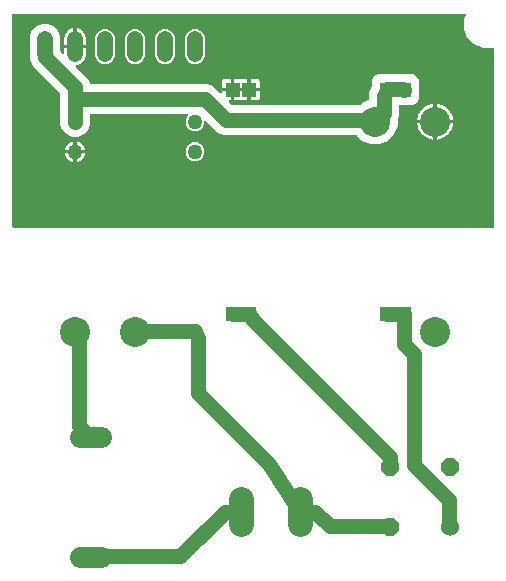
<source format=gbr>
G04 EAGLE Gerber RS-274X export*
G75*
%MOMM*%
%FSLAX34Y34*%
%LPD*%
%INTop Copper*%
%IPPOS*%
%AMOC8*
5,1,8,0,0,1.08239X$1,22.5*%
G01*
%ADD10C,1.320800*%
%ADD11C,2.540000*%
%ADD12C,1.778000*%
%ADD13C,1.267000*%
%ADD14C,2.095500*%
%ADD15R,1.308000X1.308000*%
%ADD16C,1.524000*%
%ADD17P,1.649562X8X202.500000*%
%ADD18C,1.270000*%

G36*
X582698Y456442D02*
X582698Y456442D01*
X582717Y456440D01*
X582819Y456462D01*
X582921Y456479D01*
X582938Y456488D01*
X582958Y456492D01*
X583047Y456545D01*
X583138Y456594D01*
X583152Y456608D01*
X583169Y456618D01*
X583236Y456697D01*
X583308Y456772D01*
X583316Y456790D01*
X583329Y456805D01*
X583368Y456901D01*
X583411Y456995D01*
X583413Y457015D01*
X583421Y457033D01*
X583439Y457200D01*
X583439Y608004D01*
X583432Y608049D01*
X583434Y608095D01*
X583412Y608170D01*
X583400Y608247D01*
X583378Y608287D01*
X583365Y608332D01*
X583321Y608396D01*
X583284Y608464D01*
X583251Y608496D01*
X583225Y608534D01*
X583162Y608580D01*
X583106Y608634D01*
X583065Y608653D01*
X583028Y608680D01*
X582953Y608704D01*
X582883Y608737D01*
X582837Y608742D01*
X582794Y608756D01*
X582716Y608756D01*
X582639Y608764D01*
X582594Y608755D01*
X582548Y608754D01*
X582417Y608716D01*
X582398Y608712D01*
X582394Y608709D01*
X582387Y608707D01*
X581860Y608489D01*
X573840Y608489D01*
X566430Y611559D01*
X560759Y617230D01*
X557689Y624640D01*
X557689Y632660D01*
X559233Y636387D01*
X559243Y636431D01*
X559263Y636473D01*
X559271Y636550D01*
X559289Y636626D01*
X559285Y636672D01*
X559290Y636717D01*
X559273Y636794D01*
X559266Y636871D01*
X559247Y636913D01*
X559238Y636958D01*
X559198Y637025D01*
X559166Y637096D01*
X559135Y637130D01*
X559111Y637169D01*
X559052Y637220D01*
X559000Y637277D01*
X558959Y637299D01*
X558924Y637329D01*
X558852Y637358D01*
X558784Y637395D01*
X558739Y637404D01*
X558696Y637421D01*
X558560Y637436D01*
X558542Y637439D01*
X558537Y637438D01*
X558530Y637439D01*
X176022Y637439D01*
X176002Y637436D01*
X175983Y637438D01*
X175881Y637416D01*
X175779Y637400D01*
X175762Y637390D01*
X175742Y637386D01*
X175653Y637333D01*
X175562Y637284D01*
X175548Y637270D01*
X175531Y637260D01*
X175464Y637181D01*
X175392Y637106D01*
X175384Y637088D01*
X175371Y637073D01*
X175332Y636977D01*
X175289Y636883D01*
X175287Y636863D01*
X175279Y636845D01*
X175261Y636678D01*
X175261Y457200D01*
X175264Y457180D01*
X175262Y457161D01*
X175284Y457059D01*
X175300Y456957D01*
X175310Y456940D01*
X175314Y456920D01*
X175367Y456831D01*
X175416Y456740D01*
X175430Y456726D01*
X175440Y456709D01*
X175519Y456642D01*
X175594Y456571D01*
X175612Y456562D01*
X175627Y456549D01*
X175723Y456510D01*
X175817Y456467D01*
X175837Y456465D01*
X175855Y456457D01*
X176022Y456439D01*
X582678Y456439D01*
X582698Y456442D01*
G37*
%LPC*%
G36*
X478811Y527049D02*
X478811Y527049D01*
X471809Y529950D01*
X467566Y534192D01*
X467492Y534245D01*
X467422Y534305D01*
X467392Y534317D01*
X467366Y534336D01*
X467279Y534363D01*
X467194Y534397D01*
X467153Y534401D01*
X467131Y534408D01*
X467099Y534407D01*
X467028Y534415D01*
X354090Y534415D01*
X349422Y536349D01*
X339359Y546411D01*
X339301Y546453D01*
X339249Y546502D01*
X339202Y546524D01*
X339160Y546555D01*
X339091Y546576D01*
X339026Y546606D01*
X338974Y546612D01*
X338924Y546627D01*
X338853Y546625D01*
X338782Y546633D01*
X338731Y546622D01*
X338679Y546621D01*
X338611Y546596D01*
X338541Y546581D01*
X338496Y546554D01*
X338448Y546536D01*
X338392Y546491D01*
X338330Y546455D01*
X338296Y546415D01*
X338256Y546383D01*
X338217Y546322D01*
X338170Y546268D01*
X338151Y546219D01*
X338123Y546176D01*
X338105Y546106D01*
X338078Y546040D01*
X338070Y545968D01*
X338062Y545937D01*
X338064Y545914D01*
X338060Y545873D01*
X338060Y544537D01*
X336863Y541648D01*
X334652Y539437D01*
X331763Y538240D01*
X328637Y538240D01*
X325748Y539437D01*
X323537Y541648D01*
X322340Y544537D01*
X322340Y547663D01*
X323537Y550552D01*
X324388Y551404D01*
X324430Y551462D01*
X324480Y551514D01*
X324502Y551561D01*
X324532Y551603D01*
X324553Y551672D01*
X324583Y551737D01*
X324589Y551789D01*
X324604Y551839D01*
X324602Y551910D01*
X324610Y551981D01*
X324599Y552032D01*
X324598Y552084D01*
X324573Y552152D01*
X324558Y552222D01*
X324531Y552267D01*
X324514Y552315D01*
X324469Y552371D01*
X324432Y552433D01*
X324392Y552467D01*
X324360Y552507D01*
X324300Y552546D01*
X324245Y552593D01*
X324197Y552612D01*
X324153Y552640D01*
X324083Y552658D01*
X324017Y552685D01*
X323946Y552693D01*
X323914Y552701D01*
X323891Y552699D01*
X323850Y552703D01*
X242062Y552703D01*
X242042Y552700D01*
X242023Y552702D01*
X241921Y552680D01*
X241819Y552664D01*
X241802Y552654D01*
X241782Y552650D01*
X241693Y552597D01*
X241602Y552548D01*
X241588Y552534D01*
X241571Y552524D01*
X241504Y552445D01*
X241432Y552370D01*
X241424Y552352D01*
X241411Y552337D01*
X241372Y552241D01*
X241329Y552147D01*
X241327Y552127D01*
X241319Y552109D01*
X241301Y551942D01*
X241301Y543574D01*
X239367Y538906D01*
X235794Y535333D01*
X231126Y533399D01*
X226074Y533399D01*
X221406Y535333D01*
X217833Y538906D01*
X215899Y543574D01*
X215899Y569734D01*
X215885Y569824D01*
X215877Y569915D01*
X215865Y569945D01*
X215860Y569977D01*
X215817Y570057D01*
X215781Y570141D01*
X215755Y570173D01*
X215744Y570194D01*
X215721Y570216D01*
X215676Y570272D01*
X192687Y593262D01*
X190753Y597930D01*
X190753Y599041D01*
X190743Y599106D01*
X190742Y599172D01*
X190719Y599252D01*
X190714Y599284D01*
X190704Y599301D01*
X190695Y599333D01*
X190245Y600419D01*
X190245Y618781D01*
X192218Y623542D01*
X195862Y627186D01*
X200623Y629159D01*
X205777Y629159D01*
X210538Y627186D01*
X214182Y623542D01*
X216155Y618781D01*
X216155Y606032D01*
X216169Y605942D01*
X216177Y605851D01*
X216189Y605821D01*
X216194Y605789D01*
X216237Y605709D01*
X216273Y605625D01*
X216299Y605593D01*
X216310Y605572D01*
X216333Y605550D01*
X216378Y605494D01*
X218156Y603716D01*
X218214Y603674D01*
X218266Y603625D01*
X218313Y603603D01*
X218355Y603572D01*
X218424Y603551D01*
X218489Y603521D01*
X218541Y603515D01*
X218591Y603500D01*
X218662Y603502D01*
X218733Y603494D01*
X218784Y603505D01*
X218836Y603506D01*
X218904Y603531D01*
X218974Y603546D01*
X219019Y603573D01*
X219067Y603591D01*
X219123Y603636D01*
X219185Y603672D01*
X219219Y603712D01*
X219259Y603744D01*
X219298Y603805D01*
X219345Y603859D01*
X219364Y603908D01*
X219392Y603951D01*
X219410Y604021D01*
X219437Y604087D01*
X219445Y604159D01*
X219453Y604190D01*
X219451Y604213D01*
X219455Y604254D01*
X219455Y608077D01*
X227838Y608077D01*
X227858Y608080D01*
X227877Y608078D01*
X227979Y608100D01*
X228081Y608117D01*
X228098Y608126D01*
X228118Y608130D01*
X228207Y608183D01*
X228298Y608232D01*
X228312Y608246D01*
X228329Y608256D01*
X228396Y608335D01*
X228467Y608410D01*
X228476Y608428D01*
X228489Y608443D01*
X228527Y608539D01*
X228571Y608633D01*
X228573Y608653D01*
X228581Y608671D01*
X228599Y608838D01*
X228599Y609601D01*
X228601Y609601D01*
X228601Y608838D01*
X228604Y608818D01*
X228602Y608799D01*
X228624Y608697D01*
X228641Y608595D01*
X228650Y608578D01*
X228654Y608558D01*
X228707Y608469D01*
X228756Y608378D01*
X228770Y608364D01*
X228780Y608347D01*
X228859Y608280D01*
X228934Y608209D01*
X228952Y608200D01*
X228967Y608187D01*
X229063Y608148D01*
X229157Y608105D01*
X229177Y608103D01*
X229195Y608095D01*
X229362Y608077D01*
X237745Y608077D01*
X237745Y602095D01*
X237393Y600329D01*
X236704Y598664D01*
X235703Y597166D01*
X234430Y595893D01*
X232932Y594892D01*
X231267Y594203D01*
X229663Y593884D01*
X229553Y593842D01*
X229438Y593800D01*
X229435Y593798D01*
X229432Y593797D01*
X229341Y593723D01*
X229246Y593647D01*
X229244Y593644D01*
X229242Y593642D01*
X229178Y593542D01*
X229113Y593440D01*
X229112Y593437D01*
X229110Y593434D01*
X229082Y593318D01*
X229053Y593201D01*
X229053Y593198D01*
X229052Y593195D01*
X229063Y593075D01*
X229072Y592956D01*
X229073Y592953D01*
X229073Y592950D01*
X229122Y592838D01*
X229168Y592730D01*
X229170Y592727D01*
X229171Y592724D01*
X229179Y592716D01*
X229273Y592599D01*
X239367Y582504D01*
X240995Y578575D01*
X241056Y578475D01*
X241116Y578375D01*
X241121Y578371D01*
X241125Y578366D01*
X241214Y578291D01*
X241303Y578215D01*
X241309Y578213D01*
X241314Y578209D01*
X241422Y578167D01*
X241531Y578123D01*
X241539Y578122D01*
X241544Y578121D01*
X241562Y578120D01*
X241698Y578105D01*
X340854Y578105D01*
X345522Y576171D01*
X351620Y570074D01*
X351678Y570032D01*
X351730Y569983D01*
X351777Y569961D01*
X351819Y569930D01*
X351888Y569909D01*
X351953Y569879D01*
X352005Y569873D01*
X352055Y569858D01*
X352126Y569860D01*
X352197Y569852D01*
X352248Y569863D01*
X352300Y569864D01*
X352368Y569889D01*
X352438Y569904D01*
X352483Y569931D01*
X352531Y569949D01*
X352587Y569994D01*
X352649Y570030D01*
X352683Y570070D01*
X352723Y570102D01*
X352762Y570163D01*
X352809Y570217D01*
X352828Y570266D01*
X352856Y570309D01*
X352874Y570379D01*
X352891Y570420D01*
X352891Y570421D01*
X352901Y570445D01*
X352909Y570517D01*
X352917Y570548D01*
X352915Y570571D01*
X352919Y570612D01*
X352919Y571777D01*
X360477Y571777D01*
X360477Y564219D01*
X359312Y564219D01*
X359241Y564208D01*
X359170Y564206D01*
X359121Y564188D01*
X359069Y564180D01*
X359006Y564146D01*
X358939Y564121D01*
X358898Y564089D01*
X358852Y564064D01*
X358803Y564012D01*
X358747Y563968D01*
X358718Y563924D01*
X358683Y563886D01*
X358652Y563821D01*
X358614Y563761D01*
X358601Y563710D01*
X358579Y563663D01*
X358571Y563592D01*
X358554Y563522D01*
X358558Y563470D01*
X358552Y563419D01*
X358567Y563348D01*
X358573Y563277D01*
X358593Y563229D01*
X358604Y563178D01*
X358641Y563117D01*
X358669Y563051D01*
X358714Y562995D01*
X358730Y562967D01*
X358748Y562952D01*
X358774Y562920D01*
X361654Y560040D01*
X361728Y559987D01*
X361797Y559927D01*
X361827Y559915D01*
X361854Y559896D01*
X361941Y559869D01*
X362025Y559835D01*
X362066Y559831D01*
X362089Y559824D01*
X362121Y559825D01*
X362192Y559817D01*
X469060Y559817D01*
X469150Y559831D01*
X469241Y559839D01*
X469270Y559851D01*
X469302Y559856D01*
X469383Y559899D01*
X469467Y559935D01*
X469499Y559961D01*
X469520Y559972D01*
X469542Y559995D01*
X469598Y560040D01*
X471809Y562250D01*
X476795Y564316D01*
X476895Y564378D01*
X476995Y564438D01*
X476999Y564442D01*
X477004Y564446D01*
X477079Y564536D01*
X477155Y564624D01*
X477157Y564630D01*
X477161Y564635D01*
X477203Y564743D01*
X477247Y564853D01*
X477248Y564860D01*
X477249Y564865D01*
X477250Y564883D01*
X477265Y565019D01*
X477265Y565435D01*
X477258Y565477D01*
X477261Y565520D01*
X477227Y565668D01*
X477226Y565678D01*
X477224Y565680D01*
X477224Y565683D01*
X477135Y565940D01*
X477264Y568053D01*
X477262Y568070D01*
X477265Y568099D01*
X477265Y570216D01*
X477369Y570467D01*
X477379Y570508D01*
X477397Y570547D01*
X477423Y570697D01*
X477425Y570707D01*
X477425Y570709D01*
X477426Y570712D01*
X477442Y570983D01*
X478370Y572886D01*
X478375Y572903D01*
X478389Y572928D01*
X479199Y574884D01*
X479391Y575076D01*
X479416Y575111D01*
X479447Y575139D01*
X479528Y575267D01*
X479534Y575276D01*
X479535Y575278D01*
X479537Y575281D01*
X479732Y575682D01*
X479758Y575767D01*
X479791Y575849D01*
X479796Y575894D01*
X479803Y575918D01*
X479802Y575949D01*
X479809Y576016D01*
X479809Y581103D01*
X480776Y583437D01*
X482563Y585224D01*
X484897Y586191D01*
X489622Y586191D01*
X489686Y586201D01*
X489752Y586202D01*
X489832Y586225D01*
X489864Y586230D01*
X489882Y586240D01*
X489913Y586249D01*
X490488Y586487D01*
X491583Y586487D01*
X491595Y586489D01*
X491743Y586504D01*
X492814Y586734D01*
X494098Y586499D01*
X494128Y586499D01*
X494235Y586487D01*
X504622Y586487D01*
X504644Y586490D01*
X504773Y586502D01*
X505930Y586736D01*
X507128Y586501D01*
X507153Y586500D01*
X507274Y586487D01*
X508494Y586487D01*
X509069Y586249D01*
X509133Y586234D01*
X509194Y586209D01*
X509276Y586200D01*
X509309Y586193D01*
X509328Y586194D01*
X509360Y586191D01*
X514503Y586191D01*
X516837Y585224D01*
X518624Y583437D01*
X519591Y581103D01*
X519591Y573705D01*
X519594Y573683D01*
X519599Y573633D01*
X519599Y573632D01*
X519599Y573630D01*
X519606Y573554D01*
X519650Y573338D01*
X519605Y573110D01*
X519604Y573085D01*
X519591Y572964D01*
X519591Y565497D01*
X518624Y563163D01*
X516837Y561376D01*
X514503Y560409D01*
X507105Y560409D01*
X507083Y560406D01*
X506954Y560394D01*
X506738Y560350D01*
X506510Y560395D01*
X506485Y560396D01*
X506364Y560409D01*
X503428Y560409D01*
X503408Y560406D01*
X503389Y560408D01*
X503287Y560386D01*
X503185Y560370D01*
X503168Y560360D01*
X503148Y560356D01*
X503059Y560303D01*
X502968Y560254D01*
X502954Y560240D01*
X502937Y560230D01*
X502870Y560151D01*
X502798Y560076D01*
X502790Y560058D01*
X502777Y560043D01*
X502738Y559947D01*
X502695Y559853D01*
X502693Y559833D01*
X502685Y559815D01*
X502667Y559648D01*
X502667Y550686D01*
X501709Y548373D01*
X501694Y548309D01*
X501669Y548248D01*
X501660Y548165D01*
X501653Y548133D01*
X501654Y548114D01*
X501651Y548081D01*
X501651Y542311D01*
X498750Y535309D01*
X493391Y529950D01*
X486389Y527049D01*
X478811Y527049D01*
G37*
%LPD*%
%LPC*%
G36*
X277783Y594867D02*
X277783Y594867D01*
X274795Y596105D01*
X272509Y598391D01*
X271271Y601379D01*
X271271Y617821D01*
X272509Y620809D01*
X274795Y623095D01*
X277783Y624333D01*
X281017Y624333D01*
X284005Y623095D01*
X286291Y620809D01*
X287529Y617821D01*
X287529Y601379D01*
X286291Y598391D01*
X284005Y596105D01*
X281017Y594867D01*
X277783Y594867D01*
G37*
%LPD*%
%LPC*%
G36*
X328583Y594867D02*
X328583Y594867D01*
X325595Y596105D01*
X323309Y598391D01*
X322071Y601379D01*
X322071Y617821D01*
X323309Y620809D01*
X325595Y623095D01*
X328583Y624333D01*
X331817Y624333D01*
X334805Y623095D01*
X337091Y620809D01*
X338329Y617821D01*
X338329Y601379D01*
X337091Y598391D01*
X334805Y596105D01*
X331817Y594867D01*
X328583Y594867D01*
G37*
%LPD*%
%LPC*%
G36*
X252383Y594867D02*
X252383Y594867D01*
X249395Y596105D01*
X247109Y598391D01*
X245871Y601379D01*
X245871Y617821D01*
X247109Y620809D01*
X249395Y623095D01*
X252383Y624333D01*
X255617Y624333D01*
X258605Y623095D01*
X260891Y620809D01*
X262129Y617821D01*
X262129Y601379D01*
X260891Y598391D01*
X258605Y596105D01*
X255617Y594867D01*
X252383Y594867D01*
G37*
%LPD*%
%LPC*%
G36*
X303183Y594867D02*
X303183Y594867D01*
X300195Y596105D01*
X297909Y598391D01*
X296671Y601379D01*
X296671Y617821D01*
X297909Y620809D01*
X300195Y623095D01*
X303183Y624333D01*
X306417Y624333D01*
X309405Y623095D01*
X311691Y620809D01*
X312929Y617821D01*
X312929Y601379D01*
X311691Y598391D01*
X309405Y596105D01*
X306417Y594867D01*
X303183Y594867D01*
G37*
%LPD*%
%LPC*%
G36*
X328637Y512840D02*
X328637Y512840D01*
X325748Y514037D01*
X323537Y516248D01*
X322340Y519137D01*
X322340Y522263D01*
X323537Y525152D01*
X325748Y527363D01*
X328637Y528560D01*
X331763Y528560D01*
X334652Y527363D01*
X336863Y525152D01*
X338060Y522263D01*
X338060Y519137D01*
X336863Y516248D01*
X334652Y514037D01*
X331763Y512840D01*
X328637Y512840D01*
G37*
%LPD*%
%LPC*%
G36*
X534923Y547623D02*
X534923Y547623D01*
X534923Y561289D01*
X536969Y560965D01*
X539250Y560224D01*
X541388Y559135D01*
X543329Y557725D01*
X545025Y556029D01*
X546435Y554088D01*
X547524Y551950D01*
X548265Y549669D01*
X548589Y547623D01*
X534923Y547623D01*
G37*
%LPD*%
%LPC*%
G36*
X518211Y547623D02*
X518211Y547623D01*
X518535Y549669D01*
X519276Y551950D01*
X520365Y554088D01*
X521775Y556029D01*
X523471Y557725D01*
X525412Y559135D01*
X527550Y560224D01*
X529831Y560965D01*
X531877Y561289D01*
X531877Y547623D01*
X518211Y547623D01*
G37*
%LPD*%
%LPC*%
G36*
X534923Y544577D02*
X534923Y544577D01*
X548589Y544577D01*
X548265Y542531D01*
X547524Y540250D01*
X546435Y538112D01*
X545025Y536171D01*
X543329Y534475D01*
X541388Y533065D01*
X539250Y531976D01*
X536969Y531235D01*
X534923Y530911D01*
X534923Y544577D01*
G37*
%LPD*%
%LPC*%
G36*
X529831Y531235D02*
X529831Y531235D01*
X527550Y531976D01*
X525412Y533065D01*
X523471Y534475D01*
X521775Y536171D01*
X520365Y538112D01*
X519276Y540250D01*
X518535Y542531D01*
X518211Y544577D01*
X531877Y544577D01*
X531877Y530911D01*
X529831Y531235D01*
G37*
%LPD*%
%LPC*%
G36*
X230123Y611123D02*
X230123Y611123D01*
X230123Y625225D01*
X231267Y624997D01*
X232932Y624308D01*
X234430Y623307D01*
X235703Y622034D01*
X236704Y620536D01*
X237393Y618871D01*
X237745Y617105D01*
X237745Y611123D01*
X230123Y611123D01*
G37*
%LPD*%
%LPC*%
G36*
X219455Y611123D02*
X219455Y611123D01*
X219455Y617105D01*
X219807Y618871D01*
X220496Y620536D01*
X221497Y622034D01*
X222770Y623307D01*
X224268Y624308D01*
X225933Y624997D01*
X227077Y625225D01*
X227077Y611123D01*
X219455Y611123D01*
G37*
%LPD*%
%LPC*%
G36*
X363523Y574823D02*
X363523Y574823D01*
X363523Y582381D01*
X368975Y582381D01*
X368977Y582381D01*
X369031Y582375D01*
X369041Y582376D01*
X369047Y582375D01*
X369069Y582380D01*
X369071Y582381D01*
X374477Y582381D01*
X374477Y574823D01*
X363523Y574823D01*
G37*
%LPD*%
%LPC*%
G36*
X368968Y564225D02*
X368968Y564225D01*
X368959Y564224D01*
X368952Y564225D01*
X368931Y564220D01*
X368928Y564219D01*
X363523Y564219D01*
X363523Y571777D01*
X374477Y571777D01*
X374477Y564219D01*
X369025Y564219D01*
X369023Y564219D01*
X368968Y564225D01*
G37*
%LPD*%
%LPC*%
G36*
X377523Y574823D02*
X377523Y574823D01*
X377523Y582381D01*
X382874Y582381D01*
X383521Y582208D01*
X384100Y581873D01*
X384573Y581400D01*
X384908Y580821D01*
X385081Y580174D01*
X385081Y574823D01*
X377523Y574823D01*
G37*
%LPD*%
%LPC*%
G36*
X352919Y574823D02*
X352919Y574823D01*
X352919Y580174D01*
X353092Y580821D01*
X353427Y581400D01*
X353900Y581873D01*
X354479Y582208D01*
X355126Y582381D01*
X360477Y582381D01*
X360477Y574823D01*
X352919Y574823D01*
G37*
%LPD*%
%LPC*%
G36*
X377523Y564219D02*
X377523Y564219D01*
X377523Y571777D01*
X385081Y571777D01*
X385081Y566426D01*
X384908Y565779D01*
X384573Y565200D01*
X384100Y564727D01*
X383521Y564392D01*
X382874Y564219D01*
X377523Y564219D01*
G37*
%LPD*%
%LPC*%
G36*
X230123Y522223D02*
X230123Y522223D01*
X230123Y529447D01*
X231189Y529235D01*
X232804Y528566D01*
X234258Y527594D01*
X235494Y526358D01*
X236466Y524904D01*
X237135Y523289D01*
X237347Y522223D01*
X230123Y522223D01*
G37*
%LPD*%
%LPC*%
G36*
X219853Y522223D02*
X219853Y522223D01*
X220065Y523289D01*
X220734Y524904D01*
X221706Y526358D01*
X222942Y527594D01*
X224396Y528566D01*
X226011Y529235D01*
X227077Y529447D01*
X227077Y522223D01*
X219853Y522223D01*
G37*
%LPD*%
%LPC*%
G36*
X230123Y519177D02*
X230123Y519177D01*
X237347Y519177D01*
X237135Y518111D01*
X236466Y516496D01*
X235494Y515042D01*
X234258Y513806D01*
X232804Y512834D01*
X231189Y512165D01*
X230123Y511953D01*
X230123Y519177D01*
G37*
%LPD*%
%LPC*%
G36*
X226011Y512165D02*
X226011Y512165D01*
X224396Y512834D01*
X222942Y513806D01*
X221706Y515042D01*
X220734Y516496D01*
X220065Y518111D01*
X219853Y519177D01*
X227077Y519177D01*
X227077Y511953D01*
X226011Y512165D01*
G37*
%LPD*%
%LPC*%
G36*
X361999Y573299D02*
X361999Y573299D01*
X361999Y573301D01*
X362001Y573301D01*
X362001Y573299D01*
X361999Y573299D01*
G37*
%LPD*%
%LPC*%
G36*
X375999Y573299D02*
X375999Y573299D01*
X375999Y573301D01*
X376001Y573301D01*
X376001Y573299D01*
X375999Y573299D01*
G37*
%LPD*%
%LPC*%
G36*
X533399Y546099D02*
X533399Y546099D01*
X533399Y546101D01*
X533401Y546101D01*
X533401Y546099D01*
X533399Y546099D01*
G37*
%LPD*%
%LPC*%
G36*
X228599Y520699D02*
X228599Y520699D01*
X228599Y520701D01*
X228601Y520701D01*
X228601Y520699D01*
X228599Y520699D01*
G37*
%LPD*%
D10*
X203200Y602996D02*
X203200Y616204D01*
X228600Y616204D02*
X228600Y602996D01*
X254000Y602996D02*
X254000Y616204D01*
X279400Y616204D02*
X279400Y602996D01*
X304800Y602996D02*
X304800Y616204D01*
X330200Y616204D02*
X330200Y602996D01*
D11*
X228600Y368300D03*
X279400Y368300D03*
X533400Y368300D03*
X533400Y546100D03*
X482600Y546100D03*
D12*
X250190Y177800D02*
X232410Y177800D01*
X232410Y279400D02*
X250190Y279400D01*
D13*
X330200Y368300D03*
X330200Y520700D03*
X330200Y546100D03*
X228600Y546100D03*
X228600Y520700D03*
X228600Y368300D03*
D14*
X418700Y226378D02*
X418700Y205423D01*
X368700Y205423D02*
X368700Y226378D01*
D15*
X506700Y383300D03*
X492700Y383300D03*
X362000Y383300D03*
X376000Y383300D03*
X362000Y573300D03*
X376000Y573300D03*
X506700Y573300D03*
X492700Y573300D03*
D16*
X546100Y203200D03*
D17*
X495300Y203200D03*
X495300Y254000D03*
X546100Y254000D03*
D18*
X228600Y565404D02*
X228600Y575310D01*
X228600Y565404D02*
X228600Y546100D01*
X228600Y575310D02*
X203454Y600456D01*
X203454Y609600D01*
X203200Y609600D01*
X493014Y573786D02*
X505968Y573786D01*
X493014Y573786D02*
X492700Y573300D01*
X505968Y573786D02*
X506700Y573300D01*
X489966Y567690D02*
X489966Y553212D01*
X483108Y546354D01*
X489966Y567690D02*
X492700Y573300D01*
X483108Y546354D02*
X482600Y546100D01*
X338328Y565404D02*
X228600Y565404D01*
X338328Y565404D02*
X356616Y547116D01*
X476250Y547116D01*
X482600Y546100D01*
X317754Y178308D02*
X241554Y178308D01*
X317754Y178308D02*
X355346Y215900D01*
X241554Y178308D02*
X241300Y177800D01*
X355346Y215900D02*
X368700Y215900D01*
X329946Y368808D02*
X279654Y368808D01*
X329946Y368808D02*
X330200Y368300D01*
X279654Y368808D02*
X279400Y368300D01*
X444246Y203454D02*
X495300Y203454D01*
X444246Y203454D02*
X431800Y215900D01*
X495300Y203454D02*
X495300Y203200D01*
X431800Y215900D02*
X418700Y215900D01*
X332994Y316230D02*
X332994Y362712D01*
X332994Y316230D02*
X392781Y256443D01*
X332994Y362712D02*
X330200Y368300D01*
X392781Y256443D02*
X418700Y215900D01*
X228600Y368300D02*
X228600Y368808D01*
X231648Y362712D02*
X231648Y288798D01*
X240792Y279654D01*
X231648Y362712D02*
X228600Y368300D01*
X240792Y279654D02*
X241300Y279400D01*
X493014Y383286D02*
X505968Y383286D01*
X493014Y383286D02*
X492700Y383300D01*
X505968Y383286D02*
X506700Y383300D01*
X545592Y225552D02*
X545592Y203454D01*
X545592Y225552D02*
X515874Y255270D01*
X515874Y349758D01*
X507492Y358140D01*
X507492Y377190D01*
X545592Y203454D02*
X546100Y203200D01*
X507492Y377190D02*
X506700Y383300D01*
X375666Y383286D02*
X362712Y383286D01*
X362000Y383300D01*
X375666Y383286D02*
X376000Y383300D01*
X495300Y262128D02*
X495300Y254000D01*
X495300Y262128D02*
X379476Y377952D01*
X376000Y383300D01*
M02*

</source>
